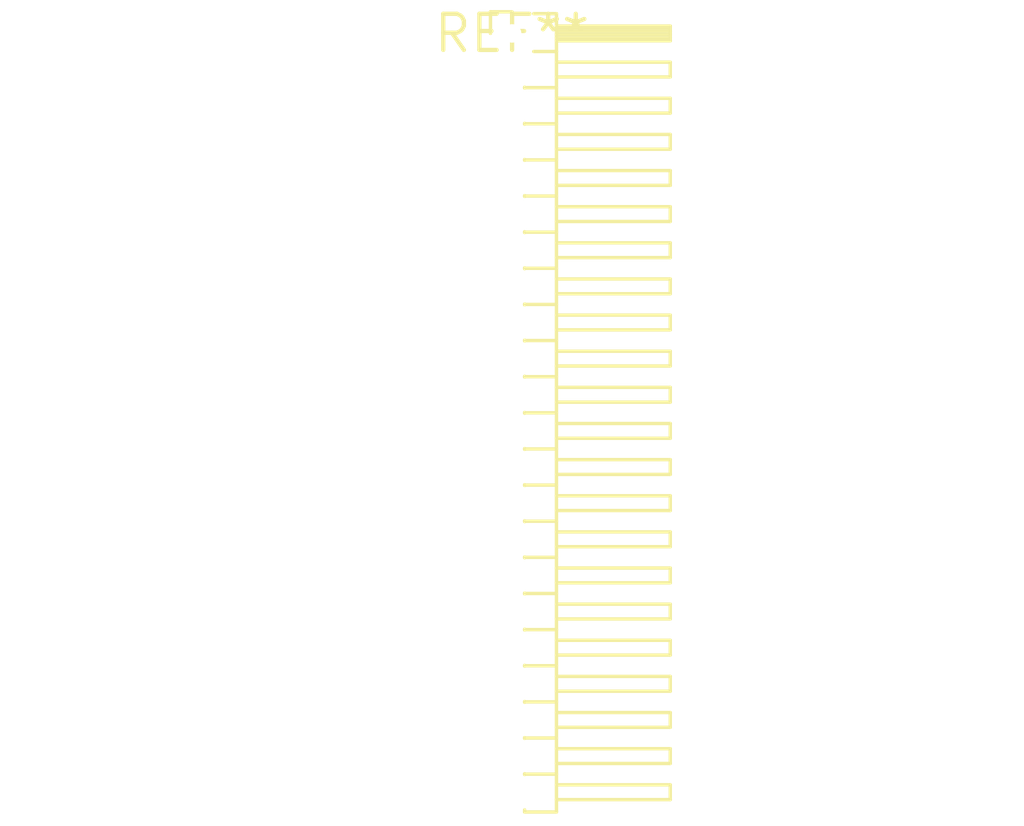
<source format=kicad_pcb>
(kicad_pcb (version 20240108) (generator pcbnew)
  (layers (0 "F.Cu" signal) (31 "B.Cu" signal) (34 "B.Paste" user) (35 "F.Paste" user) (36 "B.SilkS" user "B.Silkscreen") (37 "F.SilkS" user "F.Silkscreen") (38 "B.Mask" user) (39 "F.Mask" user) (44 "Edge.Cuts" user))
  (net 0 "")
  (footprint "PinHeader_1x22_P1.27mm_Horizontal" (layer "F.Cu") (at 0 0)
    (property "Reference" "REF**")
    (property "Value" "PinHeader_1x22_P1.27mm_Horizontal")
    (fp_line (start -0.76 -0.76) (end 0 -0.76) (layer "F.SilkS") (stroke (width 0.12)))
    (fp_line (start -0.76 0) (end -0.76 -0.76) (layer "F.SilkS") (stroke (width 0.12)))
    (fp_line (start 0.44 1.889677) (end 0.44 1.920323) (layer "F.SilkS") (stroke (width 0.12)))
    (fp_line (start 0.44 1.905) (end 1.56 1.905) (layer "F.SilkS") (stroke (width 0.12)))
    (fp_line (start 0.44 3.159677) (end 0.44 3.190323) (layer "F.SilkS") (stroke (width 0.12)))
    (fp_line (start 0.44 3.175) (end 1.56 3.175) (layer "F.SilkS") (stroke (width 0.12)))
    (fp_line (start 0.44 4.429677) (end 0.44 4.460323) (layer "F.SilkS") (stroke (width 0.12)))
    (fp_line (start 0.44 4.445) (end 1.56 4.445) (layer "F.SilkS") (stroke (width 0.12)))
    (fp_line (start 0.44 5.699677) (end 0.44 5.730323) (layer "F.SilkS") (stroke (width 0.12)))
    (fp_line (start 0.44 5.715) (end 1.56 5.715) (layer "F.SilkS") (stroke (width 0.12)))
    (fp_line (start 0.44 6.969677) (end 0.44 7.000323) (layer "F.SilkS") (stroke (width 0.12)))
    (fp_line (start 0.44 6.985) (end 1.56 6.985) (layer "F.SilkS") (stroke (width 0.12)))
    (fp_line (start 0.44 8.239677) (end 0.44 8.270323) (layer "F.SilkS") (stroke (width 0.12)))
    (fp_line (start 0.44 8.255) (end 1.56 8.255) (layer "F.SilkS") (stroke (width 0.12)))
    (fp_line (start 0.44 9.509677) (end 0.44 9.540323) (layer "F.SilkS") (stroke (width 0.12)))
    (fp_line (start 0.44 9.525) (end 1.56 9.525) (layer "F.SilkS") (stroke (width 0.12)))
    (fp_line (start 0.44 10.779677) (end 0.44 10.810323) (layer "F.SilkS") (stroke (width 0.12)))
    (fp_line (start 0.44 10.795) (end 1.56 10.795) (layer "F.SilkS") (stroke (width 0.12)))
    (fp_line (start 0.44 12.049677) (end 0.44 12.080323) (layer "F.SilkS") (stroke (width 0.12)))
    (fp_line (start 0.44 12.065) (end 1.56 12.065) (layer "F.SilkS") (stroke (width 0.12)))
    (fp_line (start 0.44 13.319677) (end 0.44 13.350323) (layer "F.SilkS") (stroke (width 0.12)))
    (fp_line (start 0.44 13.335) (end 1.56 13.335) (layer "F.SilkS") (stroke (width 0.12)))
    (fp_line (start 0.44 14.589677) (end 0.44 14.620323) (layer "F.SilkS") (stroke (width 0.12)))
    (fp_line (start 0.44 14.605) (end 1.56 14.605) (layer "F.SilkS") (stroke (width 0.12)))
    (fp_line (start 0.44 15.859677) (end 0.44 15.890323) (layer "F.SilkS") (stroke (width 0.12)))
    (fp_line (start 0.44 15.875) (end 1.56 15.875) (layer "F.SilkS") (stroke (width 0.12)))
    (fp_line (start 0.44 17.129677) (end 0.44 17.160323) (layer "F.SilkS") (stroke (width 0.12)))
    (fp_line (start 0.44 17.145) (end 1.56 17.145) (layer "F.SilkS") (stroke (width 0.12)))
    (fp_line (start 0.44 18.399677) (end 0.44 18.430323) (layer "F.SilkS") (stroke (width 0.12)))
    (fp_line (start 0.44 18.415) (end 1.56 18.415) (layer "F.SilkS") (stroke (width 0.12)))
    (fp_line (start 0.44 19.669677) (end 0.44 19.700323) (layer "F.SilkS") (stroke (width 0.12)))
    (fp_line (start 0.44 19.685) (end 1.56 19.685) (layer "F.SilkS") (stroke (width 0.12)))
    (fp_line (start 0.44 20.939677) (end 0.44 20.970323) (layer "F.SilkS") (stroke (width 0.12)))
    (fp_line (start 0.44 20.955) (end 1.56 20.955) (layer "F.SilkS") (stroke (width 0.12)))
    (fp_line (start 0.44 22.209677) (end 0.44 22.240323) (layer "F.SilkS") (stroke (width 0.12)))
    (fp_line (start 0.44 22.225) (end 1.56 22.225) (layer "F.SilkS") (stroke (width 0.12)))
    (fp_line (start 0.44 23.479677) (end 0.44 23.510323) (layer "F.SilkS") (stroke (width 0.12)))
    (fp_line (start 0.44 23.495) (end 1.56 23.495) (layer "F.SilkS") (stroke (width 0.12)))
    (fp_line (start 0.44 24.749677) (end 0.44 24.780323) (layer "F.SilkS") (stroke (width 0.12)))
    (fp_line (start 0.44 24.765) (end 1.56 24.765) (layer "F.SilkS") (stroke (width 0.12)))
    (fp_line (start 0.44 26.019677) (end 0.44 26.050323) (layer "F.SilkS") (stroke (width 0.12)))
    (fp_line (start 0.44 26.035) (end 1.56 26.035) (layer "F.SilkS") (stroke (width 0.12)))
    (fp_line (start 0.44 27.365) (end 0.44 27.289677) (layer "F.SilkS") (stroke (width 0.12)))
    (fp_line (start 0.76 -0.695) (end 1.56 -0.695) (layer "F.SilkS") (stroke (width 0.12)))
    (fp_line (start 0.76 0.635) (end 1.56 0.635) (layer "F.SilkS") (stroke (width 0.12)))
    (fp_line (start 1.56 -0.695) (end 1.56 27.365) (layer "F.SilkS") (stroke (width 0.12)))
    (fp_line (start 1.56 -0.26) (end 5.56 -0.26) (layer "F.SilkS") (stroke (width 0.12)))
    (fp_line (start 1.56 -0.2) (end 5.56 -0.2) (layer "F.SilkS") (stroke (width 0.12)))
    (fp_line (start 1.56 -0.08) (end 5.56 -0.08) (layer "F.SilkS") (stroke (width 0.12)))
    (fp_line (start 1.56 0.04) (end 5.56 0.04) (layer "F.SilkS") (stroke (width 0.12)))
    (fp_line (start 1.56 0.16) (end 5.56 0.16) (layer "F.SilkS") (stroke (width 0.12)))
    (fp_line (start 1.56 1.01) (end 5.56 1.01) (layer "F.SilkS") (stroke (width 0.12)))
    (fp_line (start 1.56 2.28) (end 5.56 2.28) (layer "F.SilkS") (stroke (width 0.12)))
    (fp_line (start 1.56 3.55) (end 5.56 3.55) (layer "F.SilkS") (stroke (width 0.12)))
    (fp_line (start 1.56 4.82) (end 5.56 4.82) (layer "F.SilkS") (stroke (width 0.12)))
    (fp_line (start 1.56 6.09) (end 5.56 6.09) (layer "F.SilkS") (stroke (width 0.12)))
    (fp_line (start 1.56 7.36) (end 5.56 7.36) (layer "F.SilkS") (stroke (width 0.12)))
    (fp_line (start 1.56 8.63) (end 5.56 8.63) (layer "F.SilkS") (stroke (width 0.12)))
    (fp_line (start 1.56 9.9) (end 5.56 9.9) (layer "F.SilkS") (stroke (width 0.12)))
    (fp_line (start 1.56 11.17) (end 5.56 11.17) (layer "F.SilkS") (stroke (width 0.12)))
    (fp_line (start 1.56 12.44) (end 5.56 12.44) (layer "F.SilkS") (stroke (width 0.12)))
    (fp_line (start 1.56 13.71) (end 5.56 13.71) (layer "F.SilkS") (stroke (width 0.12)))
    (fp_line (start 1.56 14.98) (end 5.56 14.98) (layer "F.SilkS") (stroke (width 0.12)))
    (fp_line (start 1.56 16.25) (end 5.56 16.25) (layer "F.SilkS") (stroke (width 0.12)))
    (fp_line (start 1.56 17.52) (end 5.56 17.52) (layer "F.SilkS") (stroke (width 0.12)))
    (fp_line (start 1.56 18.79) (end 5.56 18.79) (layer "F.SilkS") (stroke (width 0.12)))
    (fp_line (start 1.56 20.06) (end 5.56 20.06) (layer "F.SilkS") (stroke (width 0.12)))
    (fp_line (start 1.56 21.33) (end 5.56 21.33) (layer "F.SilkS") (stroke (width 0.12)))
    (fp_line (start 1.56 22.6) (end 5.56 22.6) (layer "F.SilkS") (stroke (width 0.12)))
    (fp_line (start 1.56 23.87) (end 5.56 23.87) (layer "F.SilkS") (stroke (width 0.12)))
    (fp_line (start 1.56 25.14) (end 5.56 25.14) (layer "F.SilkS") (stroke (width 0.12)))
    (fp_line (start 1.56 26.41) (end 5.56 26.41) (layer "F.SilkS") (stroke (width 0.12)))
    (fp_line (start 1.56 27.365) (end 0.44 27.365) (layer "F.SilkS") (stroke (width 0.12)))
    (fp_line (start 5.56 -0.26) (end 5.56 0.26) (layer "F.SilkS") (stroke (width 0.12)))
    (fp_line (start 5.56 0.26) (end 1.56 0.26) (layer "F.SilkS") (stroke (width 0.12)))
    (fp_line (start 5.56 1.01) (end 5.56 1.53) (layer "F.SilkS") (stroke (width 0.12)))
    (fp_line (start 5.56 1.53) (end 1.56 1.53) (layer "F.SilkS") (stroke (width 0.12)))
    (fp_line (start 5.56 2.28) (end 5.56 2.8) (layer "F.SilkS") (stroke (width 0.12)))
    (fp_line (start 5.56 2.8) (end 1.56 2.8) (layer "F.SilkS") (stroke (width 0.12)))
    (fp_line (start 5.56 3.55) (end 5.56 4.07) (layer "F.SilkS") (stroke (width 0.12)))
    (fp_line (start 5.56 4.07) (end 1.56 4.07) (layer "F.SilkS") (stroke (width 0.12)))
    (fp_line (start 5.56 4.82) (end 5.56 5.34) (layer "F.SilkS") (stroke (width 0.12)))
    (fp_line (start 5.56 5.34) (end 1.56 5.34) (layer "F.SilkS") (stroke (width 0.12)))
    (fp_line (start 5.56 6.09) (end 5.56 6.61) (layer "F.SilkS") (stroke (width 0.12)))
    (fp_line (start 5.56 6.61) (end 1.56 6.61) (layer "F.SilkS") (stroke (width 0.12)))
    (fp_line (start 5.56 7.36) (end 5.56 7.88) (layer "F.SilkS") (stroke (width 0.12)))
    (fp_line (start 5.56 7.88) (end 1.56 7.88) (layer "F.SilkS") (stroke (width 0.12)))
    (fp_line (start 5.56 8.63) (end 5.56 9.15) (layer "F.SilkS") (stroke (width 0.12)))
    (fp_line (start 5.56 9.15) (end 1.56 9.15) (layer "F.SilkS") (stroke (width 0.12)))
    (fp_line (start 5.56 9.9) (end 5.56 10.42) (layer "F.SilkS") (stroke (width 0.12)))
    (fp_line (start 5.56 10.42) (end 1.56 10.42) (layer "F.SilkS") (stroke (width 0.12)))
    (fp_line (start 5.56 11.17) (end 5.56 11.69) (layer "F.SilkS") (stroke (width 0.12)))
    (fp_line (start 5.56 11.69) (end 1.56 11.69) (layer "F.SilkS") (stroke (width 0.12)))
    (fp_line (start 5.56 12.44) (end 5.56 12.96) (layer "F.SilkS") (stroke (width 0.12)))
    (fp_line (start 5.56 12.96) (end 1.56 12.96) (layer "F.SilkS") (stroke (width 0.12)))
    (fp_line (start 5.56 13.71) (end 5.56 14.23) (layer "F.SilkS") (stroke (width 0.12)))
    (fp_line (start 5.56 14.23) (end 1.56 14.23) (layer "F.SilkS") (stroke (width 0.12)))
    (fp_line (start 5.56 14.98) (end 5.56 15.5) (layer "F.SilkS") (stroke (width 0.12)))
    (fp_line (start 5.56 15.5) (end 1.56 15.5) (layer "F.SilkS") (stroke (width 0.12)))
    (fp_line (start 5.56 16.25) (end 5.56 16.77) (layer "F.SilkS") (stroke (width 0.12)))
    (fp_line (start 5.56 16.77) (end 1.56 16.77) (layer "F.SilkS") (stroke (width 0.12)))
    (fp_line (start 5.56 17.52) (end 5.56 18.04) (layer "F.SilkS") (stroke (width 0.12)))
    (fp_line (start 5.56 18.04) (end 1.56 18.04) (layer "F.SilkS") (stroke (width 0.12)))
    (fp_line (start 5.56 18.79) (end 5.56 19.31) (layer "F.SilkS") (stroke (width 0.12)))
    (fp_line (start 5.56 19.31) (end 1.56 19.31) (layer "F.SilkS") (stroke (width 0.12)))
    (fp_line (start 5.56 20.06) (end 5.56 20.58) (layer "F.SilkS") (stroke (width 0.12)))
    (fp_line (start 5.56 20.58) (end 1.56 20.58) (layer "F.SilkS") (stroke (width 0.12)))
    (fp_line (start 5.56 21.33) (end 5.56 21.85) (layer "F.SilkS") (stroke (width 0.12)))
    (fp_line (start 5.56 21.85) (end 1.56 21.85) (layer "F.SilkS") (stroke (width 0.12)))
    (fp_line (start 5.56 22.6) (end 5.56 23.12) (layer "F.SilkS") (stroke (width 0.12)))
    (fp_line (start 5.56 23.12) (end 1.56 23.12) (layer "F.SilkS") (stroke (width 0.12)))
    (fp_line (start 5.56 23.87) (end 5.56 24.39) (layer "F.SilkS") (stroke (width 0.12)))
    (fp_line (start 5.56 24.39) (end 1.56 24.39) (layer "F.SilkS") (stroke (width 0.12)))
    (fp_line (start 5.56 25.14) (end 5.56 25.66) (layer "F.SilkS") (stroke (width 0.12)))
    (fp_line (start 5.56 25.66) (end 1.56 25.66) (layer "F.SilkS") (stroke (width 0.12)))
    (fp_line (start 5.56 26.41) (end 5.56 26.93) (layer "F.SilkS") (stroke (width 0.12)))
    (fp_line (start 5.56 26.93) (end 1.56 26.93) (layer "F.SilkS") (stroke (width 0.12)))
    (pad "1" thru_hole rect (at 0 0) (size 1 1) (drill 0.65) (layers *.Cu *.Mask) (remove_unused_layers))
    (pad "2" thru_hole oval (at 0 1.27) (size 1 1) (drill 0.65) (layers *.Cu *.Mask) (remove_unused_layers))
    (pad "3" thru_hole oval (at 0 2.54) (size 1 1) (drill 0.65) (layers *.Cu *.Mask) (remove_unused_layers))
    (pad "4" thru_hole oval (at 0 3.81) (size 1 1) (drill 0.65) (layers *.Cu *.Mask) (remove_unused_layers))
    (pad "5" thru_hole oval (at 0 5.08) (size 1 1) (drill 0.65) (layers *.Cu *.Mask) (remove_unused_layers))
    (pad "6" thru_hole oval (at 0 6.35) (size 1 1) (drill 0.65) (layers *.Cu *.Mask) (remove_unused_layers))
    (pad "7" thru_hole oval (at 0 7.62) (size 1 1) (drill 0.65) (layers *.Cu *.Mask) (remove_unused_layers))
    (pad "8" thru_hole oval (at 0 8.89) (size 1 1) (drill 0.65) (layers *.Cu *.Mask) (remove_unused_layers))
    (pad "9" thru_hole oval (at 0 10.16) (size 1 1) (drill 0.65) (layers *.Cu *.Mask) (remove_unused_layers))
    (pad "10" thru_hole oval (at 0 11.43) (size 1 1) (drill 0.65) (layers *.Cu *.Mask) (remove_unused_layers))
    (pad "11" thru_hole oval (at 0 12.7) (size 1 1) (drill 0.65) (layers *.Cu *.Mask) (remove_unused_layers))
    (pad "12" thru_hole oval (at 0 13.97) (size 1 1) (drill 0.65) (layers *.Cu *.Mask) (remove_unused_layers))
    (pad "13" thru_hole oval (at 0 15.24) (size 1 1) (drill 0.65) (layers *.Cu *.Mask) (remove_unused_layers))
    (pad "14" thru_hole oval (at 0 16.51) (size 1 1) (drill 0.65) (layers *.Cu *.Mask) (remove_unused_layers))
    (pad "15" thru_hole oval (at 0 17.78) (size 1 1) (drill 0.65) (layers *.Cu *.Mask) (remove_unused_layers))
    (pad "16" thru_hole oval (at 0 19.05) (size 1 1) (drill 0.65) (layers *.Cu *.Mask) (remove_unused_layers))
    (pad "17" thru_hole oval (at 0 20.32) (size 1 1) (drill 0.65) (layers *.Cu *.Mask) (remove_unused_layers))
    (pad "18" thru_hole oval (at 0 21.59) (size 1 1) (drill 0.65) (layers *.Cu *.Mask) (remove_unused_layers))
    (pad "19" thru_hole oval (at 0 22.86) (size 1 1) (drill 0.65) (layers *.Cu *.Mask) (remove_unused_layers))
    (pad "20" thru_hole oval (at 0 24.13) (size 1 1) (drill 0.65) (layers *.Cu *.Mask) (remove_unused_layers))
    (pad "21" thru_hole oval (at 0 25.4) (size 1 1) (drill 0.65) (layers *.Cu *.Mask) (remove_unused_layers))
    (pad "22" thru_hole oval (at 0 26.67) (size 1 1) (drill 0.65) (layers *.Cu *.Mask) (remove_unused_layers))
  )
)
</source>
